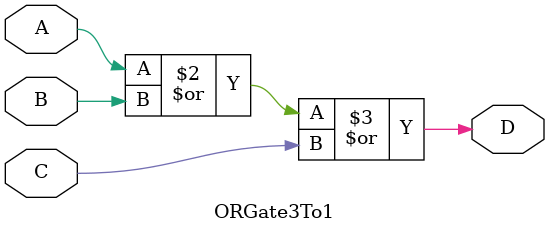
<source format=v>
module ORGate3To1
(
	input A,
	input B,
	input C,
	output reg D
);

always@(*)
	D = A | B | C;

endmodule
</source>
